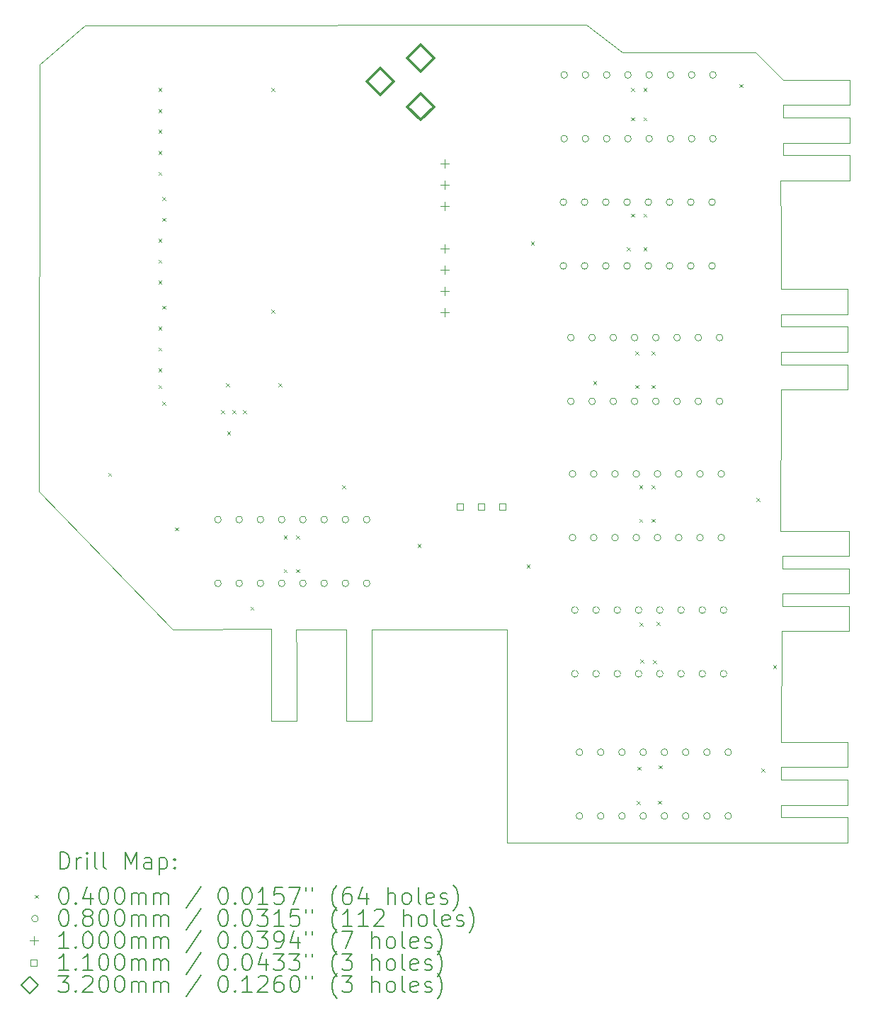
<source format=gbr>
%TF.GenerationSoftware,KiCad,Pcbnew,(6.0.7)*%
%TF.CreationDate,2023-04-21T16:09:56-05:00*%
%TF.ProjectId,RevisedControlBoard,52657669-7365-4644-936f-6e74726f6c42,rev?*%
%TF.SameCoordinates,Original*%
%TF.FileFunction,Drillmap*%
%TF.FilePolarity,Positive*%
%FSLAX45Y45*%
G04 Gerber Fmt 4.5, Leading zero omitted, Abs format (unit mm)*
G04 Created by KiCad (PCBNEW (6.0.7)) date 2023-04-21 16:09:56*
%MOMM*%
%LPD*%
G01*
G04 APERTURE LIST*
%ADD10C,0.100000*%
%ADD11C,0.200000*%
%ADD12C,0.040000*%
%ADD13C,0.080000*%
%ADD14C,0.110000*%
%ADD15C,0.320000*%
G04 APERTURE END LIST*
D10*
X19690000Y-10173000D02*
X19690000Y-10323000D01*
X19672000Y-7883000D02*
X20472000Y-7883000D01*
X17777000Y-4152000D02*
X19367000Y-4150000D01*
X20490000Y-9873000D02*
X20490000Y-10173000D01*
X13580500Y-12148750D02*
X13880500Y-12148750D01*
X20472000Y-12850000D02*
X20472000Y-13150000D01*
X13580500Y-11348750D02*
X13582500Y-11048750D01*
X19672000Y-12400000D02*
X20472000Y-12400000D01*
X16400000Y-11050000D02*
X14780000Y-11051250D01*
X19700000Y-4483000D02*
X20500000Y-4483000D01*
X19672000Y-6283000D02*
X19672000Y-6983000D01*
X13582500Y-11048750D02*
X12400000Y-11050000D01*
X19690000Y-9873000D02*
X19670000Y-9873000D01*
X13880000Y-11051250D02*
X14480500Y-11051250D01*
X20490000Y-10173000D02*
X19690000Y-10173000D01*
X19700000Y-5233000D02*
X19700000Y-5383000D01*
X20472000Y-7883000D02*
X20472000Y-8183000D01*
X14780500Y-12148750D02*
X14780000Y-11051250D01*
X13880500Y-12148750D02*
X13880500Y-11348750D01*
X13580500Y-11348750D02*
X13580500Y-12148750D01*
X16400000Y-11100000D02*
X16400000Y-11050000D01*
X19672000Y-13300000D02*
X20472000Y-13300000D01*
X19672000Y-13150000D02*
X19672000Y-13300000D01*
X20472000Y-12400000D02*
X20472000Y-12700000D01*
X20490000Y-10623000D02*
X19690000Y-10623000D01*
X19690000Y-9873000D02*
X20490000Y-9873000D01*
X14480500Y-11348750D02*
X14480500Y-12148750D01*
X20472000Y-7433000D02*
X20472000Y-7733000D01*
X19672000Y-7283000D02*
X19672000Y-7433000D01*
X19690000Y-10773000D02*
X20490000Y-10773000D01*
X11350000Y-3830000D02*
X17350000Y-3820000D01*
X10810000Y-4300000D02*
X10800000Y-9400000D01*
X20472000Y-7733000D02*
X19672000Y-7733000D01*
X20500000Y-4783000D02*
X19700000Y-4783000D01*
X20500000Y-5233000D02*
X19700000Y-5233000D01*
X19672000Y-6983000D02*
X20472000Y-6983000D01*
X19672000Y-8183000D02*
X19670000Y-9873000D01*
X19690000Y-10323000D02*
X20490000Y-10323000D01*
X19700000Y-5383000D02*
X20500000Y-5383000D01*
X19700000Y-4783000D02*
X19700000Y-4933000D01*
X13880500Y-11348750D02*
X13880000Y-11051250D01*
X20472000Y-13300000D02*
X20472000Y-13600000D01*
X19672000Y-7733000D02*
X19672000Y-7883000D01*
X20472000Y-12700000D02*
X19672000Y-12700000D01*
X17350000Y-3820000D02*
X17777000Y-4152000D01*
X19700000Y-4933000D02*
X20500000Y-4933000D01*
X14480500Y-12148750D02*
X14780500Y-12148750D01*
X20490000Y-11073000D02*
X19690000Y-11073000D01*
X20500000Y-5683000D02*
X19700000Y-5683000D01*
X20500000Y-5383000D02*
X20500000Y-5683000D01*
X14480500Y-11051250D02*
X14480500Y-11348750D01*
X20472000Y-6983000D02*
X20472000Y-7283000D01*
X20472000Y-8183000D02*
X19672000Y-8183000D01*
X20490000Y-10773000D02*
X20490000Y-11073000D01*
X19690000Y-11073000D02*
X19680000Y-11073000D01*
X12400000Y-11050000D02*
X10800000Y-9400000D01*
X19670000Y-5683000D02*
X19700000Y-5683000D01*
X19690000Y-10623000D02*
X19690000Y-10773000D01*
X19700000Y-4483000D02*
X19367000Y-4150000D01*
X16400000Y-13600000D02*
X19672000Y-13600000D01*
X19672000Y-6283000D02*
X19670000Y-5683000D01*
X19672000Y-12850000D02*
X20472000Y-12850000D01*
X19680000Y-11073000D02*
X19672000Y-12400000D01*
X20472000Y-7283000D02*
X19672000Y-7283000D01*
X20500000Y-4933000D02*
X20500000Y-5233000D01*
X20472000Y-13600000D02*
X19672000Y-13600000D01*
X11350000Y-3830000D02*
X10810000Y-4300000D01*
X16400000Y-13600000D02*
X16400000Y-11100000D01*
X19672000Y-7433000D02*
X20472000Y-7433000D01*
X19672000Y-12700000D02*
X19672000Y-12850000D01*
X20500000Y-4483000D02*
X20500000Y-4783000D01*
X20490000Y-10323000D02*
X20490000Y-10623000D01*
X20472000Y-13150000D02*
X19672000Y-13150000D01*
D11*
D12*
X11630000Y-9180000D02*
X11670000Y-9220000D01*
X11670000Y-9180000D02*
X11630000Y-9220000D01*
X12230000Y-4580000D02*
X12270000Y-4620000D01*
X12270000Y-4580000D02*
X12230000Y-4620000D01*
X12230000Y-4830000D02*
X12270000Y-4870000D01*
X12270000Y-4830000D02*
X12230000Y-4870000D01*
X12230000Y-5080000D02*
X12270000Y-5120000D01*
X12270000Y-5080000D02*
X12230000Y-5120000D01*
X12230000Y-5330000D02*
X12270000Y-5370000D01*
X12270000Y-5330000D02*
X12230000Y-5370000D01*
X12230000Y-5580000D02*
X12270000Y-5620000D01*
X12270000Y-5580000D02*
X12230000Y-5620000D01*
X12230000Y-6380000D02*
X12270000Y-6420000D01*
X12270000Y-6380000D02*
X12230000Y-6420000D01*
X12230000Y-6630000D02*
X12270000Y-6670000D01*
X12270000Y-6630000D02*
X12230000Y-6670000D01*
X12230000Y-6880000D02*
X12270000Y-6920000D01*
X12270000Y-6880000D02*
X12230000Y-6920000D01*
X12230000Y-7430000D02*
X12270000Y-7470000D01*
X12270000Y-7430000D02*
X12230000Y-7470000D01*
X12230000Y-7680000D02*
X12270000Y-7720000D01*
X12270000Y-7680000D02*
X12230000Y-7720000D01*
X12230000Y-7930000D02*
X12270000Y-7970000D01*
X12270000Y-7930000D02*
X12230000Y-7970000D01*
X12230000Y-8130000D02*
X12270000Y-8170000D01*
X12270000Y-8130000D02*
X12230000Y-8170000D01*
X12280000Y-5880000D02*
X12320000Y-5920000D01*
X12320000Y-5880000D02*
X12280000Y-5920000D01*
X12280000Y-6130000D02*
X12320000Y-6170000D01*
X12320000Y-6130000D02*
X12280000Y-6170000D01*
X12280000Y-7180000D02*
X12320000Y-7220000D01*
X12320000Y-7180000D02*
X12280000Y-7220000D01*
X12280000Y-8330000D02*
X12320000Y-8370000D01*
X12320000Y-8330000D02*
X12280000Y-8370000D01*
X12430000Y-9830000D02*
X12470000Y-9870000D01*
X12470000Y-9830000D02*
X12430000Y-9870000D01*
X12980000Y-8429950D02*
X13020000Y-8469950D01*
X13020000Y-8429950D02*
X12980000Y-8469950D01*
X13038000Y-8110000D02*
X13078000Y-8150000D01*
X13078000Y-8110000D02*
X13038000Y-8150000D01*
X13052000Y-8682000D02*
X13092000Y-8722000D01*
X13092000Y-8682000D02*
X13052000Y-8722000D01*
X13115000Y-8429950D02*
X13155000Y-8469950D01*
X13155000Y-8429950D02*
X13115000Y-8469950D01*
X13245000Y-8429950D02*
X13285000Y-8469950D01*
X13285000Y-8429950D02*
X13245000Y-8469950D01*
X13330000Y-10780000D02*
X13370000Y-10820000D01*
X13370000Y-10780000D02*
X13330000Y-10820000D01*
X13580000Y-4580000D02*
X13620000Y-4620000D01*
X13620000Y-4580000D02*
X13580000Y-4620000D01*
X13580000Y-7230000D02*
X13620000Y-7270000D01*
X13620000Y-7230000D02*
X13580000Y-7270000D01*
X13667000Y-8110000D02*
X13707000Y-8150000D01*
X13707000Y-8110000D02*
X13667000Y-8150000D01*
X13730000Y-9930000D02*
X13770000Y-9970000D01*
X13770000Y-9930000D02*
X13730000Y-9970000D01*
X13730000Y-10330000D02*
X13770000Y-10370000D01*
X13770000Y-10330000D02*
X13730000Y-10370000D01*
X13880000Y-9930000D02*
X13920000Y-9970000D01*
X13920000Y-9930000D02*
X13880000Y-9970000D01*
X13880000Y-10330000D02*
X13920000Y-10370000D01*
X13920000Y-10330000D02*
X13880000Y-10370000D01*
X14430000Y-9330000D02*
X14470000Y-9370000D01*
X14470000Y-9330000D02*
X14430000Y-9370000D01*
X15330000Y-10030000D02*
X15370000Y-10070000D01*
X15370000Y-10030000D02*
X15330000Y-10070000D01*
X16634000Y-10273000D02*
X16674000Y-10313000D01*
X16674000Y-10273000D02*
X16634000Y-10313000D01*
X16685000Y-6417000D02*
X16725000Y-6457000D01*
X16725000Y-6417000D02*
X16685000Y-6457000D01*
X17430000Y-8080000D02*
X17470000Y-8120000D01*
X17470000Y-8080000D02*
X17430000Y-8120000D01*
X17830000Y-6480000D02*
X17870000Y-6520000D01*
X17870000Y-6480000D02*
X17830000Y-6520000D01*
X17880000Y-4580000D02*
X17920000Y-4620000D01*
X17920000Y-4580000D02*
X17880000Y-4620000D01*
X17880000Y-4930000D02*
X17920000Y-4970000D01*
X17920000Y-4930000D02*
X17880000Y-4970000D01*
X17880000Y-6080000D02*
X17920000Y-6120000D01*
X17920000Y-6080000D02*
X17880000Y-6120000D01*
X17930000Y-7730000D02*
X17970000Y-7770000D01*
X17970000Y-7730000D02*
X17930000Y-7770000D01*
X17930000Y-8130000D02*
X17970000Y-8170000D01*
X17970000Y-8130000D02*
X17930000Y-8170000D01*
X17952000Y-13103000D02*
X17992000Y-13143000D01*
X17992000Y-13103000D02*
X17952000Y-13143000D01*
X17957000Y-12692000D02*
X17997000Y-12732000D01*
X17997000Y-12692000D02*
X17957000Y-12732000D01*
X17980000Y-9330000D02*
X18020000Y-9370000D01*
X18020000Y-9330000D02*
X17980000Y-9370000D01*
X17980000Y-9730000D02*
X18020000Y-9770000D01*
X18020000Y-9730000D02*
X17980000Y-9770000D01*
X17981000Y-10970000D02*
X18021000Y-11010000D01*
X18021000Y-10970000D02*
X17981000Y-11010000D01*
X17992000Y-11410000D02*
X18032000Y-11450000D01*
X18032000Y-11410000D02*
X17992000Y-11450000D01*
X18030000Y-4580000D02*
X18070000Y-4620000D01*
X18070000Y-4580000D02*
X18030000Y-4620000D01*
X18030000Y-4930000D02*
X18070000Y-4970000D01*
X18070000Y-4930000D02*
X18030000Y-4970000D01*
X18030000Y-6080000D02*
X18070000Y-6120000D01*
X18070000Y-6080000D02*
X18030000Y-6120000D01*
X18030000Y-6480000D02*
X18070000Y-6520000D01*
X18070000Y-6480000D02*
X18030000Y-6520000D01*
X18130000Y-7730000D02*
X18170000Y-7770000D01*
X18170000Y-7730000D02*
X18130000Y-7770000D01*
X18130000Y-8130000D02*
X18170000Y-8170000D01*
X18170000Y-8130000D02*
X18130000Y-8170000D01*
X18130000Y-9330000D02*
X18170000Y-9370000D01*
X18170000Y-9330000D02*
X18130000Y-9370000D01*
X18130000Y-9730000D02*
X18170000Y-9770000D01*
X18170000Y-9730000D02*
X18130000Y-9770000D01*
X18145000Y-11418000D02*
X18185000Y-11458000D01*
X18185000Y-11418000D02*
X18145000Y-11458000D01*
X18186000Y-10960000D02*
X18226000Y-11000000D01*
X18226000Y-10960000D02*
X18186000Y-11000000D01*
X18204000Y-13100000D02*
X18244000Y-13140000D01*
X18244000Y-13100000D02*
X18204000Y-13140000D01*
X18215000Y-12676000D02*
X18255000Y-12716000D01*
X18255000Y-12676000D02*
X18215000Y-12716000D01*
X19180000Y-4530000D02*
X19220000Y-4570000D01*
X19220000Y-4530000D02*
X19180000Y-4570000D01*
X19380000Y-9480000D02*
X19420000Y-9520000D01*
X19420000Y-9480000D02*
X19380000Y-9520000D01*
X19437000Y-12715000D02*
X19477000Y-12755000D01*
X19477000Y-12715000D02*
X19437000Y-12755000D01*
X19580000Y-11480000D02*
X19620000Y-11520000D01*
X19620000Y-11480000D02*
X19580000Y-11520000D01*
D13*
X12982500Y-9738000D02*
G75*
G03*
X12982500Y-9738000I-40000J0D01*
G01*
X12982500Y-10500000D02*
G75*
G03*
X12982500Y-10500000I-40000J0D01*
G01*
X13236500Y-9738000D02*
G75*
G03*
X13236500Y-9738000I-40000J0D01*
G01*
X13236500Y-10500000D02*
G75*
G03*
X13236500Y-10500000I-40000J0D01*
G01*
X13490500Y-9738000D02*
G75*
G03*
X13490500Y-9738000I-40000J0D01*
G01*
X13490500Y-10500000D02*
G75*
G03*
X13490500Y-10500000I-40000J0D01*
G01*
X13744500Y-9738000D02*
G75*
G03*
X13744500Y-9738000I-40000J0D01*
G01*
X13744500Y-10500000D02*
G75*
G03*
X13744500Y-10500000I-40000J0D01*
G01*
X13998500Y-9738000D02*
G75*
G03*
X13998500Y-9738000I-40000J0D01*
G01*
X13998500Y-10500000D02*
G75*
G03*
X13998500Y-10500000I-40000J0D01*
G01*
X14252500Y-9738000D02*
G75*
G03*
X14252500Y-9738000I-40000J0D01*
G01*
X14252500Y-10500000D02*
G75*
G03*
X14252500Y-10500000I-40000J0D01*
G01*
X14506500Y-9738000D02*
G75*
G03*
X14506500Y-9738000I-40000J0D01*
G01*
X14506500Y-10500000D02*
G75*
G03*
X14506500Y-10500000I-40000J0D01*
G01*
X14760500Y-9738000D02*
G75*
G03*
X14760500Y-9738000I-40000J0D01*
G01*
X14760500Y-10500000D02*
G75*
G03*
X14760500Y-10500000I-40000J0D01*
G01*
X17112500Y-5943000D02*
G75*
G03*
X17112500Y-5943000I-40000J0D01*
G01*
X17112500Y-6705000D02*
G75*
G03*
X17112500Y-6705000I-40000J0D01*
G01*
X17122500Y-4423000D02*
G75*
G03*
X17122500Y-4423000I-40000J0D01*
G01*
X17122500Y-5185000D02*
G75*
G03*
X17122500Y-5185000I-40000J0D01*
G01*
X17202500Y-7563000D02*
G75*
G03*
X17202500Y-7563000I-40000J0D01*
G01*
X17202500Y-8325000D02*
G75*
G03*
X17202500Y-8325000I-40000J0D01*
G01*
X17222500Y-9193000D02*
G75*
G03*
X17222500Y-9193000I-40000J0D01*
G01*
X17222500Y-9955000D02*
G75*
G03*
X17222500Y-9955000I-40000J0D01*
G01*
X17249500Y-10820000D02*
G75*
G03*
X17249500Y-10820000I-40000J0D01*
G01*
X17249500Y-11582000D02*
G75*
G03*
X17249500Y-11582000I-40000J0D01*
G01*
X17305000Y-12520000D02*
G75*
G03*
X17305000Y-12520000I-40000J0D01*
G01*
X17305000Y-13282000D02*
G75*
G03*
X17305000Y-13282000I-40000J0D01*
G01*
X17366500Y-5943000D02*
G75*
G03*
X17366500Y-5943000I-40000J0D01*
G01*
X17366500Y-6705000D02*
G75*
G03*
X17366500Y-6705000I-40000J0D01*
G01*
X17376500Y-4423000D02*
G75*
G03*
X17376500Y-4423000I-40000J0D01*
G01*
X17376500Y-5185000D02*
G75*
G03*
X17376500Y-5185000I-40000J0D01*
G01*
X17456500Y-7563000D02*
G75*
G03*
X17456500Y-7563000I-40000J0D01*
G01*
X17456500Y-8325000D02*
G75*
G03*
X17456500Y-8325000I-40000J0D01*
G01*
X17476500Y-9193000D02*
G75*
G03*
X17476500Y-9193000I-40000J0D01*
G01*
X17476500Y-9955000D02*
G75*
G03*
X17476500Y-9955000I-40000J0D01*
G01*
X17503500Y-10820000D02*
G75*
G03*
X17503500Y-10820000I-40000J0D01*
G01*
X17503500Y-11582000D02*
G75*
G03*
X17503500Y-11582000I-40000J0D01*
G01*
X17559000Y-12520000D02*
G75*
G03*
X17559000Y-12520000I-40000J0D01*
G01*
X17559000Y-13282000D02*
G75*
G03*
X17559000Y-13282000I-40000J0D01*
G01*
X17620500Y-5943000D02*
G75*
G03*
X17620500Y-5943000I-40000J0D01*
G01*
X17620500Y-6705000D02*
G75*
G03*
X17620500Y-6705000I-40000J0D01*
G01*
X17630500Y-4423000D02*
G75*
G03*
X17630500Y-4423000I-40000J0D01*
G01*
X17630500Y-5185000D02*
G75*
G03*
X17630500Y-5185000I-40000J0D01*
G01*
X17710500Y-7563000D02*
G75*
G03*
X17710500Y-7563000I-40000J0D01*
G01*
X17710500Y-8325000D02*
G75*
G03*
X17710500Y-8325000I-40000J0D01*
G01*
X17730500Y-9193000D02*
G75*
G03*
X17730500Y-9193000I-40000J0D01*
G01*
X17730500Y-9955000D02*
G75*
G03*
X17730500Y-9955000I-40000J0D01*
G01*
X17757500Y-10820000D02*
G75*
G03*
X17757500Y-10820000I-40000J0D01*
G01*
X17757500Y-11582000D02*
G75*
G03*
X17757500Y-11582000I-40000J0D01*
G01*
X17813000Y-12520000D02*
G75*
G03*
X17813000Y-12520000I-40000J0D01*
G01*
X17813000Y-13282000D02*
G75*
G03*
X17813000Y-13282000I-40000J0D01*
G01*
X17874500Y-5943000D02*
G75*
G03*
X17874500Y-5943000I-40000J0D01*
G01*
X17874500Y-6705000D02*
G75*
G03*
X17874500Y-6705000I-40000J0D01*
G01*
X17884500Y-4423000D02*
G75*
G03*
X17884500Y-4423000I-40000J0D01*
G01*
X17884500Y-5185000D02*
G75*
G03*
X17884500Y-5185000I-40000J0D01*
G01*
X17964500Y-7563000D02*
G75*
G03*
X17964500Y-7563000I-40000J0D01*
G01*
X17964500Y-8325000D02*
G75*
G03*
X17964500Y-8325000I-40000J0D01*
G01*
X17984500Y-9193000D02*
G75*
G03*
X17984500Y-9193000I-40000J0D01*
G01*
X17984500Y-9955000D02*
G75*
G03*
X17984500Y-9955000I-40000J0D01*
G01*
X18011500Y-10820000D02*
G75*
G03*
X18011500Y-10820000I-40000J0D01*
G01*
X18011500Y-11582000D02*
G75*
G03*
X18011500Y-11582000I-40000J0D01*
G01*
X18067000Y-12520000D02*
G75*
G03*
X18067000Y-12520000I-40000J0D01*
G01*
X18067000Y-13282000D02*
G75*
G03*
X18067000Y-13282000I-40000J0D01*
G01*
X18128500Y-5943000D02*
G75*
G03*
X18128500Y-5943000I-40000J0D01*
G01*
X18128500Y-6705000D02*
G75*
G03*
X18128500Y-6705000I-40000J0D01*
G01*
X18138500Y-4423000D02*
G75*
G03*
X18138500Y-4423000I-40000J0D01*
G01*
X18138500Y-5185000D02*
G75*
G03*
X18138500Y-5185000I-40000J0D01*
G01*
X18218500Y-7563000D02*
G75*
G03*
X18218500Y-7563000I-40000J0D01*
G01*
X18218500Y-8325000D02*
G75*
G03*
X18218500Y-8325000I-40000J0D01*
G01*
X18238500Y-9193000D02*
G75*
G03*
X18238500Y-9193000I-40000J0D01*
G01*
X18238500Y-9955000D02*
G75*
G03*
X18238500Y-9955000I-40000J0D01*
G01*
X18265500Y-10820000D02*
G75*
G03*
X18265500Y-10820000I-40000J0D01*
G01*
X18265500Y-11582000D02*
G75*
G03*
X18265500Y-11582000I-40000J0D01*
G01*
X18321000Y-12520000D02*
G75*
G03*
X18321000Y-12520000I-40000J0D01*
G01*
X18321000Y-13282000D02*
G75*
G03*
X18321000Y-13282000I-40000J0D01*
G01*
X18382500Y-5943000D02*
G75*
G03*
X18382500Y-5943000I-40000J0D01*
G01*
X18382500Y-6705000D02*
G75*
G03*
X18382500Y-6705000I-40000J0D01*
G01*
X18392500Y-4423000D02*
G75*
G03*
X18392500Y-4423000I-40000J0D01*
G01*
X18392500Y-5185000D02*
G75*
G03*
X18392500Y-5185000I-40000J0D01*
G01*
X18472500Y-7563000D02*
G75*
G03*
X18472500Y-7563000I-40000J0D01*
G01*
X18472500Y-8325000D02*
G75*
G03*
X18472500Y-8325000I-40000J0D01*
G01*
X18492500Y-9193000D02*
G75*
G03*
X18492500Y-9193000I-40000J0D01*
G01*
X18492500Y-9955000D02*
G75*
G03*
X18492500Y-9955000I-40000J0D01*
G01*
X18519500Y-10820000D02*
G75*
G03*
X18519500Y-10820000I-40000J0D01*
G01*
X18519500Y-11582000D02*
G75*
G03*
X18519500Y-11582000I-40000J0D01*
G01*
X18575000Y-12520000D02*
G75*
G03*
X18575000Y-12520000I-40000J0D01*
G01*
X18575000Y-13282000D02*
G75*
G03*
X18575000Y-13282000I-40000J0D01*
G01*
X18636500Y-5943000D02*
G75*
G03*
X18636500Y-5943000I-40000J0D01*
G01*
X18636500Y-6705000D02*
G75*
G03*
X18636500Y-6705000I-40000J0D01*
G01*
X18646500Y-4423000D02*
G75*
G03*
X18646500Y-4423000I-40000J0D01*
G01*
X18646500Y-5185000D02*
G75*
G03*
X18646500Y-5185000I-40000J0D01*
G01*
X18726500Y-7563000D02*
G75*
G03*
X18726500Y-7563000I-40000J0D01*
G01*
X18726500Y-8325000D02*
G75*
G03*
X18726500Y-8325000I-40000J0D01*
G01*
X18746500Y-9193000D02*
G75*
G03*
X18746500Y-9193000I-40000J0D01*
G01*
X18746500Y-9955000D02*
G75*
G03*
X18746500Y-9955000I-40000J0D01*
G01*
X18773500Y-10820000D02*
G75*
G03*
X18773500Y-10820000I-40000J0D01*
G01*
X18773500Y-11582000D02*
G75*
G03*
X18773500Y-11582000I-40000J0D01*
G01*
X18829000Y-12520000D02*
G75*
G03*
X18829000Y-12520000I-40000J0D01*
G01*
X18829000Y-13282000D02*
G75*
G03*
X18829000Y-13282000I-40000J0D01*
G01*
X18890500Y-5943000D02*
G75*
G03*
X18890500Y-5943000I-40000J0D01*
G01*
X18890500Y-6705000D02*
G75*
G03*
X18890500Y-6705000I-40000J0D01*
G01*
X18900500Y-4423000D02*
G75*
G03*
X18900500Y-4423000I-40000J0D01*
G01*
X18900500Y-5185000D02*
G75*
G03*
X18900500Y-5185000I-40000J0D01*
G01*
X18980500Y-7563000D02*
G75*
G03*
X18980500Y-7563000I-40000J0D01*
G01*
X18980500Y-8325000D02*
G75*
G03*
X18980500Y-8325000I-40000J0D01*
G01*
X19000500Y-9193000D02*
G75*
G03*
X19000500Y-9193000I-40000J0D01*
G01*
X19000500Y-9955000D02*
G75*
G03*
X19000500Y-9955000I-40000J0D01*
G01*
X19027500Y-10820000D02*
G75*
G03*
X19027500Y-10820000I-40000J0D01*
G01*
X19027500Y-11582000D02*
G75*
G03*
X19027500Y-11582000I-40000J0D01*
G01*
X19083000Y-12520000D02*
G75*
G03*
X19083000Y-12520000I-40000J0D01*
G01*
X19083000Y-13282000D02*
G75*
G03*
X19083000Y-13282000I-40000J0D01*
G01*
D10*
X15655000Y-5432250D02*
X15655000Y-5532250D01*
X15605000Y-5482250D02*
X15705000Y-5482250D01*
X15655000Y-5686250D02*
X15655000Y-5786250D01*
X15605000Y-5736250D02*
X15705000Y-5736250D01*
X15655000Y-5940250D02*
X15655000Y-6040250D01*
X15605000Y-5990250D02*
X15705000Y-5990250D01*
X15655000Y-6448250D02*
X15655000Y-6548250D01*
X15605000Y-6498250D02*
X15705000Y-6498250D01*
X15655000Y-6702250D02*
X15655000Y-6802250D01*
X15605000Y-6752250D02*
X15705000Y-6752250D01*
X15655000Y-6956250D02*
X15655000Y-7056250D01*
X15605000Y-7006250D02*
X15705000Y-7006250D01*
X15655000Y-7210250D02*
X15655000Y-7310250D01*
X15605000Y-7260250D02*
X15705000Y-7260250D01*
D14*
X15877891Y-9622391D02*
X15877891Y-9544609D01*
X15800109Y-9544609D01*
X15800109Y-9622391D01*
X15877891Y-9622391D01*
X16131891Y-9622391D02*
X16131891Y-9544609D01*
X16054109Y-9544609D01*
X16054109Y-9622391D01*
X16131891Y-9622391D01*
X16385891Y-9622391D02*
X16385891Y-9544609D01*
X16308109Y-9544609D01*
X16308109Y-9622391D01*
X16385891Y-9622391D01*
D15*
X14885000Y-4660950D02*
X15045000Y-4500950D01*
X14885000Y-4340950D01*
X14725000Y-4500950D01*
X14885000Y-4660950D01*
X15365000Y-4380950D02*
X15525000Y-4220950D01*
X15365000Y-4060950D01*
X15205000Y-4220950D01*
X15365000Y-4380950D01*
X15365000Y-4960950D02*
X15525000Y-4800950D01*
X15365000Y-4640950D01*
X15205000Y-4800950D01*
X15365000Y-4960950D01*
D11*
X11052619Y-13915476D02*
X11052619Y-13715476D01*
X11100238Y-13715476D01*
X11128810Y-13725000D01*
X11147857Y-13744048D01*
X11157381Y-13763095D01*
X11166905Y-13801190D01*
X11166905Y-13829762D01*
X11157381Y-13867857D01*
X11147857Y-13886905D01*
X11128810Y-13905952D01*
X11100238Y-13915476D01*
X11052619Y-13915476D01*
X11252619Y-13915476D02*
X11252619Y-13782143D01*
X11252619Y-13820238D02*
X11262143Y-13801190D01*
X11271667Y-13791667D01*
X11290714Y-13782143D01*
X11309762Y-13782143D01*
X11376428Y-13915476D02*
X11376428Y-13782143D01*
X11376428Y-13715476D02*
X11366905Y-13725000D01*
X11376428Y-13734524D01*
X11385952Y-13725000D01*
X11376428Y-13715476D01*
X11376428Y-13734524D01*
X11500238Y-13915476D02*
X11481190Y-13905952D01*
X11471667Y-13886905D01*
X11471667Y-13715476D01*
X11605000Y-13915476D02*
X11585952Y-13905952D01*
X11576428Y-13886905D01*
X11576428Y-13715476D01*
X11833571Y-13915476D02*
X11833571Y-13715476D01*
X11900238Y-13858333D01*
X11966905Y-13715476D01*
X11966905Y-13915476D01*
X12147857Y-13915476D02*
X12147857Y-13810714D01*
X12138333Y-13791667D01*
X12119286Y-13782143D01*
X12081190Y-13782143D01*
X12062143Y-13791667D01*
X12147857Y-13905952D02*
X12128809Y-13915476D01*
X12081190Y-13915476D01*
X12062143Y-13905952D01*
X12052619Y-13886905D01*
X12052619Y-13867857D01*
X12062143Y-13848810D01*
X12081190Y-13839286D01*
X12128809Y-13839286D01*
X12147857Y-13829762D01*
X12243095Y-13782143D02*
X12243095Y-13982143D01*
X12243095Y-13791667D02*
X12262143Y-13782143D01*
X12300238Y-13782143D01*
X12319286Y-13791667D01*
X12328809Y-13801190D01*
X12338333Y-13820238D01*
X12338333Y-13877381D01*
X12328809Y-13896429D01*
X12319286Y-13905952D01*
X12300238Y-13915476D01*
X12262143Y-13915476D01*
X12243095Y-13905952D01*
X12424048Y-13896429D02*
X12433571Y-13905952D01*
X12424048Y-13915476D01*
X12414524Y-13905952D01*
X12424048Y-13896429D01*
X12424048Y-13915476D01*
X12424048Y-13791667D02*
X12433571Y-13801190D01*
X12424048Y-13810714D01*
X12414524Y-13801190D01*
X12424048Y-13791667D01*
X12424048Y-13810714D01*
D12*
X10755000Y-14225000D02*
X10795000Y-14265000D01*
X10795000Y-14225000D02*
X10755000Y-14265000D01*
D11*
X11090714Y-14135476D02*
X11109762Y-14135476D01*
X11128810Y-14145000D01*
X11138333Y-14154524D01*
X11147857Y-14173571D01*
X11157381Y-14211667D01*
X11157381Y-14259286D01*
X11147857Y-14297381D01*
X11138333Y-14316429D01*
X11128810Y-14325952D01*
X11109762Y-14335476D01*
X11090714Y-14335476D01*
X11071667Y-14325952D01*
X11062143Y-14316429D01*
X11052619Y-14297381D01*
X11043095Y-14259286D01*
X11043095Y-14211667D01*
X11052619Y-14173571D01*
X11062143Y-14154524D01*
X11071667Y-14145000D01*
X11090714Y-14135476D01*
X11243095Y-14316429D02*
X11252619Y-14325952D01*
X11243095Y-14335476D01*
X11233571Y-14325952D01*
X11243095Y-14316429D01*
X11243095Y-14335476D01*
X11424048Y-14202143D02*
X11424048Y-14335476D01*
X11376428Y-14125952D02*
X11328809Y-14268810D01*
X11452619Y-14268810D01*
X11566905Y-14135476D02*
X11585952Y-14135476D01*
X11605000Y-14145000D01*
X11614524Y-14154524D01*
X11624048Y-14173571D01*
X11633571Y-14211667D01*
X11633571Y-14259286D01*
X11624048Y-14297381D01*
X11614524Y-14316429D01*
X11605000Y-14325952D01*
X11585952Y-14335476D01*
X11566905Y-14335476D01*
X11547857Y-14325952D01*
X11538333Y-14316429D01*
X11528809Y-14297381D01*
X11519286Y-14259286D01*
X11519286Y-14211667D01*
X11528809Y-14173571D01*
X11538333Y-14154524D01*
X11547857Y-14145000D01*
X11566905Y-14135476D01*
X11757381Y-14135476D02*
X11776428Y-14135476D01*
X11795476Y-14145000D01*
X11805000Y-14154524D01*
X11814524Y-14173571D01*
X11824048Y-14211667D01*
X11824048Y-14259286D01*
X11814524Y-14297381D01*
X11805000Y-14316429D01*
X11795476Y-14325952D01*
X11776428Y-14335476D01*
X11757381Y-14335476D01*
X11738333Y-14325952D01*
X11728809Y-14316429D01*
X11719286Y-14297381D01*
X11709762Y-14259286D01*
X11709762Y-14211667D01*
X11719286Y-14173571D01*
X11728809Y-14154524D01*
X11738333Y-14145000D01*
X11757381Y-14135476D01*
X11909762Y-14335476D02*
X11909762Y-14202143D01*
X11909762Y-14221190D02*
X11919286Y-14211667D01*
X11938333Y-14202143D01*
X11966905Y-14202143D01*
X11985952Y-14211667D01*
X11995476Y-14230714D01*
X11995476Y-14335476D01*
X11995476Y-14230714D02*
X12005000Y-14211667D01*
X12024048Y-14202143D01*
X12052619Y-14202143D01*
X12071667Y-14211667D01*
X12081190Y-14230714D01*
X12081190Y-14335476D01*
X12176428Y-14335476D02*
X12176428Y-14202143D01*
X12176428Y-14221190D02*
X12185952Y-14211667D01*
X12205000Y-14202143D01*
X12233571Y-14202143D01*
X12252619Y-14211667D01*
X12262143Y-14230714D01*
X12262143Y-14335476D01*
X12262143Y-14230714D02*
X12271667Y-14211667D01*
X12290714Y-14202143D01*
X12319286Y-14202143D01*
X12338333Y-14211667D01*
X12347857Y-14230714D01*
X12347857Y-14335476D01*
X12738333Y-14125952D02*
X12566905Y-14383095D01*
X12995476Y-14135476D02*
X13014524Y-14135476D01*
X13033571Y-14145000D01*
X13043095Y-14154524D01*
X13052619Y-14173571D01*
X13062143Y-14211667D01*
X13062143Y-14259286D01*
X13052619Y-14297381D01*
X13043095Y-14316429D01*
X13033571Y-14325952D01*
X13014524Y-14335476D01*
X12995476Y-14335476D01*
X12976428Y-14325952D01*
X12966905Y-14316429D01*
X12957381Y-14297381D01*
X12947857Y-14259286D01*
X12947857Y-14211667D01*
X12957381Y-14173571D01*
X12966905Y-14154524D01*
X12976428Y-14145000D01*
X12995476Y-14135476D01*
X13147857Y-14316429D02*
X13157381Y-14325952D01*
X13147857Y-14335476D01*
X13138333Y-14325952D01*
X13147857Y-14316429D01*
X13147857Y-14335476D01*
X13281190Y-14135476D02*
X13300238Y-14135476D01*
X13319286Y-14145000D01*
X13328809Y-14154524D01*
X13338333Y-14173571D01*
X13347857Y-14211667D01*
X13347857Y-14259286D01*
X13338333Y-14297381D01*
X13328809Y-14316429D01*
X13319286Y-14325952D01*
X13300238Y-14335476D01*
X13281190Y-14335476D01*
X13262143Y-14325952D01*
X13252619Y-14316429D01*
X13243095Y-14297381D01*
X13233571Y-14259286D01*
X13233571Y-14211667D01*
X13243095Y-14173571D01*
X13252619Y-14154524D01*
X13262143Y-14145000D01*
X13281190Y-14135476D01*
X13538333Y-14335476D02*
X13424048Y-14335476D01*
X13481190Y-14335476D02*
X13481190Y-14135476D01*
X13462143Y-14164048D01*
X13443095Y-14183095D01*
X13424048Y-14192619D01*
X13719286Y-14135476D02*
X13624048Y-14135476D01*
X13614524Y-14230714D01*
X13624048Y-14221190D01*
X13643095Y-14211667D01*
X13690714Y-14211667D01*
X13709762Y-14221190D01*
X13719286Y-14230714D01*
X13728809Y-14249762D01*
X13728809Y-14297381D01*
X13719286Y-14316429D01*
X13709762Y-14325952D01*
X13690714Y-14335476D01*
X13643095Y-14335476D01*
X13624048Y-14325952D01*
X13614524Y-14316429D01*
X13795476Y-14135476D02*
X13928809Y-14135476D01*
X13843095Y-14335476D01*
X13995476Y-14135476D02*
X13995476Y-14173571D01*
X14071667Y-14135476D02*
X14071667Y-14173571D01*
X14366905Y-14411667D02*
X14357381Y-14402143D01*
X14338333Y-14373571D01*
X14328809Y-14354524D01*
X14319286Y-14325952D01*
X14309762Y-14278333D01*
X14309762Y-14240238D01*
X14319286Y-14192619D01*
X14328809Y-14164048D01*
X14338333Y-14145000D01*
X14357381Y-14116429D01*
X14366905Y-14106905D01*
X14528809Y-14135476D02*
X14490714Y-14135476D01*
X14471667Y-14145000D01*
X14462143Y-14154524D01*
X14443095Y-14183095D01*
X14433571Y-14221190D01*
X14433571Y-14297381D01*
X14443095Y-14316429D01*
X14452619Y-14325952D01*
X14471667Y-14335476D01*
X14509762Y-14335476D01*
X14528809Y-14325952D01*
X14538333Y-14316429D01*
X14547857Y-14297381D01*
X14547857Y-14249762D01*
X14538333Y-14230714D01*
X14528809Y-14221190D01*
X14509762Y-14211667D01*
X14471667Y-14211667D01*
X14452619Y-14221190D01*
X14443095Y-14230714D01*
X14433571Y-14249762D01*
X14719286Y-14202143D02*
X14719286Y-14335476D01*
X14671667Y-14125952D02*
X14624048Y-14268810D01*
X14747857Y-14268810D01*
X14976428Y-14335476D02*
X14976428Y-14135476D01*
X15062143Y-14335476D02*
X15062143Y-14230714D01*
X15052619Y-14211667D01*
X15033571Y-14202143D01*
X15005000Y-14202143D01*
X14985952Y-14211667D01*
X14976428Y-14221190D01*
X15185952Y-14335476D02*
X15166905Y-14325952D01*
X15157381Y-14316429D01*
X15147857Y-14297381D01*
X15147857Y-14240238D01*
X15157381Y-14221190D01*
X15166905Y-14211667D01*
X15185952Y-14202143D01*
X15214524Y-14202143D01*
X15233571Y-14211667D01*
X15243095Y-14221190D01*
X15252619Y-14240238D01*
X15252619Y-14297381D01*
X15243095Y-14316429D01*
X15233571Y-14325952D01*
X15214524Y-14335476D01*
X15185952Y-14335476D01*
X15366905Y-14335476D02*
X15347857Y-14325952D01*
X15338333Y-14306905D01*
X15338333Y-14135476D01*
X15519286Y-14325952D02*
X15500238Y-14335476D01*
X15462143Y-14335476D01*
X15443095Y-14325952D01*
X15433571Y-14306905D01*
X15433571Y-14230714D01*
X15443095Y-14211667D01*
X15462143Y-14202143D01*
X15500238Y-14202143D01*
X15519286Y-14211667D01*
X15528809Y-14230714D01*
X15528809Y-14249762D01*
X15433571Y-14268810D01*
X15605000Y-14325952D02*
X15624048Y-14335476D01*
X15662143Y-14335476D01*
X15681190Y-14325952D01*
X15690714Y-14306905D01*
X15690714Y-14297381D01*
X15681190Y-14278333D01*
X15662143Y-14268810D01*
X15633571Y-14268810D01*
X15614524Y-14259286D01*
X15605000Y-14240238D01*
X15605000Y-14230714D01*
X15614524Y-14211667D01*
X15633571Y-14202143D01*
X15662143Y-14202143D01*
X15681190Y-14211667D01*
X15757381Y-14411667D02*
X15766905Y-14402143D01*
X15785952Y-14373571D01*
X15795476Y-14354524D01*
X15805000Y-14325952D01*
X15814524Y-14278333D01*
X15814524Y-14240238D01*
X15805000Y-14192619D01*
X15795476Y-14164048D01*
X15785952Y-14145000D01*
X15766905Y-14116429D01*
X15757381Y-14106905D01*
D13*
X10795000Y-14509000D02*
G75*
G03*
X10795000Y-14509000I-40000J0D01*
G01*
D11*
X11090714Y-14399476D02*
X11109762Y-14399476D01*
X11128810Y-14409000D01*
X11138333Y-14418524D01*
X11147857Y-14437571D01*
X11157381Y-14475667D01*
X11157381Y-14523286D01*
X11147857Y-14561381D01*
X11138333Y-14580429D01*
X11128810Y-14589952D01*
X11109762Y-14599476D01*
X11090714Y-14599476D01*
X11071667Y-14589952D01*
X11062143Y-14580429D01*
X11052619Y-14561381D01*
X11043095Y-14523286D01*
X11043095Y-14475667D01*
X11052619Y-14437571D01*
X11062143Y-14418524D01*
X11071667Y-14409000D01*
X11090714Y-14399476D01*
X11243095Y-14580429D02*
X11252619Y-14589952D01*
X11243095Y-14599476D01*
X11233571Y-14589952D01*
X11243095Y-14580429D01*
X11243095Y-14599476D01*
X11366905Y-14485190D02*
X11347857Y-14475667D01*
X11338333Y-14466143D01*
X11328809Y-14447095D01*
X11328809Y-14437571D01*
X11338333Y-14418524D01*
X11347857Y-14409000D01*
X11366905Y-14399476D01*
X11405000Y-14399476D01*
X11424048Y-14409000D01*
X11433571Y-14418524D01*
X11443095Y-14437571D01*
X11443095Y-14447095D01*
X11433571Y-14466143D01*
X11424048Y-14475667D01*
X11405000Y-14485190D01*
X11366905Y-14485190D01*
X11347857Y-14494714D01*
X11338333Y-14504238D01*
X11328809Y-14523286D01*
X11328809Y-14561381D01*
X11338333Y-14580429D01*
X11347857Y-14589952D01*
X11366905Y-14599476D01*
X11405000Y-14599476D01*
X11424048Y-14589952D01*
X11433571Y-14580429D01*
X11443095Y-14561381D01*
X11443095Y-14523286D01*
X11433571Y-14504238D01*
X11424048Y-14494714D01*
X11405000Y-14485190D01*
X11566905Y-14399476D02*
X11585952Y-14399476D01*
X11605000Y-14409000D01*
X11614524Y-14418524D01*
X11624048Y-14437571D01*
X11633571Y-14475667D01*
X11633571Y-14523286D01*
X11624048Y-14561381D01*
X11614524Y-14580429D01*
X11605000Y-14589952D01*
X11585952Y-14599476D01*
X11566905Y-14599476D01*
X11547857Y-14589952D01*
X11538333Y-14580429D01*
X11528809Y-14561381D01*
X11519286Y-14523286D01*
X11519286Y-14475667D01*
X11528809Y-14437571D01*
X11538333Y-14418524D01*
X11547857Y-14409000D01*
X11566905Y-14399476D01*
X11757381Y-14399476D02*
X11776428Y-14399476D01*
X11795476Y-14409000D01*
X11805000Y-14418524D01*
X11814524Y-14437571D01*
X11824048Y-14475667D01*
X11824048Y-14523286D01*
X11814524Y-14561381D01*
X11805000Y-14580429D01*
X11795476Y-14589952D01*
X11776428Y-14599476D01*
X11757381Y-14599476D01*
X11738333Y-14589952D01*
X11728809Y-14580429D01*
X11719286Y-14561381D01*
X11709762Y-14523286D01*
X11709762Y-14475667D01*
X11719286Y-14437571D01*
X11728809Y-14418524D01*
X11738333Y-14409000D01*
X11757381Y-14399476D01*
X11909762Y-14599476D02*
X11909762Y-14466143D01*
X11909762Y-14485190D02*
X11919286Y-14475667D01*
X11938333Y-14466143D01*
X11966905Y-14466143D01*
X11985952Y-14475667D01*
X11995476Y-14494714D01*
X11995476Y-14599476D01*
X11995476Y-14494714D02*
X12005000Y-14475667D01*
X12024048Y-14466143D01*
X12052619Y-14466143D01*
X12071667Y-14475667D01*
X12081190Y-14494714D01*
X12081190Y-14599476D01*
X12176428Y-14599476D02*
X12176428Y-14466143D01*
X12176428Y-14485190D02*
X12185952Y-14475667D01*
X12205000Y-14466143D01*
X12233571Y-14466143D01*
X12252619Y-14475667D01*
X12262143Y-14494714D01*
X12262143Y-14599476D01*
X12262143Y-14494714D02*
X12271667Y-14475667D01*
X12290714Y-14466143D01*
X12319286Y-14466143D01*
X12338333Y-14475667D01*
X12347857Y-14494714D01*
X12347857Y-14599476D01*
X12738333Y-14389952D02*
X12566905Y-14647095D01*
X12995476Y-14399476D02*
X13014524Y-14399476D01*
X13033571Y-14409000D01*
X13043095Y-14418524D01*
X13052619Y-14437571D01*
X13062143Y-14475667D01*
X13062143Y-14523286D01*
X13052619Y-14561381D01*
X13043095Y-14580429D01*
X13033571Y-14589952D01*
X13014524Y-14599476D01*
X12995476Y-14599476D01*
X12976428Y-14589952D01*
X12966905Y-14580429D01*
X12957381Y-14561381D01*
X12947857Y-14523286D01*
X12947857Y-14475667D01*
X12957381Y-14437571D01*
X12966905Y-14418524D01*
X12976428Y-14409000D01*
X12995476Y-14399476D01*
X13147857Y-14580429D02*
X13157381Y-14589952D01*
X13147857Y-14599476D01*
X13138333Y-14589952D01*
X13147857Y-14580429D01*
X13147857Y-14599476D01*
X13281190Y-14399476D02*
X13300238Y-14399476D01*
X13319286Y-14409000D01*
X13328809Y-14418524D01*
X13338333Y-14437571D01*
X13347857Y-14475667D01*
X13347857Y-14523286D01*
X13338333Y-14561381D01*
X13328809Y-14580429D01*
X13319286Y-14589952D01*
X13300238Y-14599476D01*
X13281190Y-14599476D01*
X13262143Y-14589952D01*
X13252619Y-14580429D01*
X13243095Y-14561381D01*
X13233571Y-14523286D01*
X13233571Y-14475667D01*
X13243095Y-14437571D01*
X13252619Y-14418524D01*
X13262143Y-14409000D01*
X13281190Y-14399476D01*
X13414524Y-14399476D02*
X13538333Y-14399476D01*
X13471667Y-14475667D01*
X13500238Y-14475667D01*
X13519286Y-14485190D01*
X13528809Y-14494714D01*
X13538333Y-14513762D01*
X13538333Y-14561381D01*
X13528809Y-14580429D01*
X13519286Y-14589952D01*
X13500238Y-14599476D01*
X13443095Y-14599476D01*
X13424048Y-14589952D01*
X13414524Y-14580429D01*
X13728809Y-14599476D02*
X13614524Y-14599476D01*
X13671667Y-14599476D02*
X13671667Y-14399476D01*
X13652619Y-14428048D01*
X13633571Y-14447095D01*
X13614524Y-14456619D01*
X13909762Y-14399476D02*
X13814524Y-14399476D01*
X13805000Y-14494714D01*
X13814524Y-14485190D01*
X13833571Y-14475667D01*
X13881190Y-14475667D01*
X13900238Y-14485190D01*
X13909762Y-14494714D01*
X13919286Y-14513762D01*
X13919286Y-14561381D01*
X13909762Y-14580429D01*
X13900238Y-14589952D01*
X13881190Y-14599476D01*
X13833571Y-14599476D01*
X13814524Y-14589952D01*
X13805000Y-14580429D01*
X13995476Y-14399476D02*
X13995476Y-14437571D01*
X14071667Y-14399476D02*
X14071667Y-14437571D01*
X14366905Y-14675667D02*
X14357381Y-14666143D01*
X14338333Y-14637571D01*
X14328809Y-14618524D01*
X14319286Y-14589952D01*
X14309762Y-14542333D01*
X14309762Y-14504238D01*
X14319286Y-14456619D01*
X14328809Y-14428048D01*
X14338333Y-14409000D01*
X14357381Y-14380429D01*
X14366905Y-14370905D01*
X14547857Y-14599476D02*
X14433571Y-14599476D01*
X14490714Y-14599476D02*
X14490714Y-14399476D01*
X14471667Y-14428048D01*
X14452619Y-14447095D01*
X14433571Y-14456619D01*
X14738333Y-14599476D02*
X14624048Y-14599476D01*
X14681190Y-14599476D02*
X14681190Y-14399476D01*
X14662143Y-14428048D01*
X14643095Y-14447095D01*
X14624048Y-14456619D01*
X14814524Y-14418524D02*
X14824048Y-14409000D01*
X14843095Y-14399476D01*
X14890714Y-14399476D01*
X14909762Y-14409000D01*
X14919286Y-14418524D01*
X14928809Y-14437571D01*
X14928809Y-14456619D01*
X14919286Y-14485190D01*
X14805000Y-14599476D01*
X14928809Y-14599476D01*
X15166905Y-14599476D02*
X15166905Y-14399476D01*
X15252619Y-14599476D02*
X15252619Y-14494714D01*
X15243095Y-14475667D01*
X15224048Y-14466143D01*
X15195476Y-14466143D01*
X15176428Y-14475667D01*
X15166905Y-14485190D01*
X15376428Y-14599476D02*
X15357381Y-14589952D01*
X15347857Y-14580429D01*
X15338333Y-14561381D01*
X15338333Y-14504238D01*
X15347857Y-14485190D01*
X15357381Y-14475667D01*
X15376428Y-14466143D01*
X15405000Y-14466143D01*
X15424048Y-14475667D01*
X15433571Y-14485190D01*
X15443095Y-14504238D01*
X15443095Y-14561381D01*
X15433571Y-14580429D01*
X15424048Y-14589952D01*
X15405000Y-14599476D01*
X15376428Y-14599476D01*
X15557381Y-14599476D02*
X15538333Y-14589952D01*
X15528809Y-14570905D01*
X15528809Y-14399476D01*
X15709762Y-14589952D02*
X15690714Y-14599476D01*
X15652619Y-14599476D01*
X15633571Y-14589952D01*
X15624048Y-14570905D01*
X15624048Y-14494714D01*
X15633571Y-14475667D01*
X15652619Y-14466143D01*
X15690714Y-14466143D01*
X15709762Y-14475667D01*
X15719286Y-14494714D01*
X15719286Y-14513762D01*
X15624048Y-14532810D01*
X15795476Y-14589952D02*
X15814524Y-14599476D01*
X15852619Y-14599476D01*
X15871667Y-14589952D01*
X15881190Y-14570905D01*
X15881190Y-14561381D01*
X15871667Y-14542333D01*
X15852619Y-14532810D01*
X15824048Y-14532810D01*
X15805000Y-14523286D01*
X15795476Y-14504238D01*
X15795476Y-14494714D01*
X15805000Y-14475667D01*
X15824048Y-14466143D01*
X15852619Y-14466143D01*
X15871667Y-14475667D01*
X15947857Y-14675667D02*
X15957381Y-14666143D01*
X15976428Y-14637571D01*
X15985952Y-14618524D01*
X15995476Y-14589952D01*
X16005000Y-14542333D01*
X16005000Y-14504238D01*
X15995476Y-14456619D01*
X15985952Y-14428048D01*
X15976428Y-14409000D01*
X15957381Y-14380429D01*
X15947857Y-14370905D01*
D10*
X10745000Y-14723000D02*
X10745000Y-14823000D01*
X10695000Y-14773000D02*
X10795000Y-14773000D01*
D11*
X11157381Y-14863476D02*
X11043095Y-14863476D01*
X11100238Y-14863476D02*
X11100238Y-14663476D01*
X11081190Y-14692048D01*
X11062143Y-14711095D01*
X11043095Y-14720619D01*
X11243095Y-14844429D02*
X11252619Y-14853952D01*
X11243095Y-14863476D01*
X11233571Y-14853952D01*
X11243095Y-14844429D01*
X11243095Y-14863476D01*
X11376428Y-14663476D02*
X11395476Y-14663476D01*
X11414524Y-14673000D01*
X11424048Y-14682524D01*
X11433571Y-14701571D01*
X11443095Y-14739667D01*
X11443095Y-14787286D01*
X11433571Y-14825381D01*
X11424048Y-14844429D01*
X11414524Y-14853952D01*
X11395476Y-14863476D01*
X11376428Y-14863476D01*
X11357381Y-14853952D01*
X11347857Y-14844429D01*
X11338333Y-14825381D01*
X11328809Y-14787286D01*
X11328809Y-14739667D01*
X11338333Y-14701571D01*
X11347857Y-14682524D01*
X11357381Y-14673000D01*
X11376428Y-14663476D01*
X11566905Y-14663476D02*
X11585952Y-14663476D01*
X11605000Y-14673000D01*
X11614524Y-14682524D01*
X11624048Y-14701571D01*
X11633571Y-14739667D01*
X11633571Y-14787286D01*
X11624048Y-14825381D01*
X11614524Y-14844429D01*
X11605000Y-14853952D01*
X11585952Y-14863476D01*
X11566905Y-14863476D01*
X11547857Y-14853952D01*
X11538333Y-14844429D01*
X11528809Y-14825381D01*
X11519286Y-14787286D01*
X11519286Y-14739667D01*
X11528809Y-14701571D01*
X11538333Y-14682524D01*
X11547857Y-14673000D01*
X11566905Y-14663476D01*
X11757381Y-14663476D02*
X11776428Y-14663476D01*
X11795476Y-14673000D01*
X11805000Y-14682524D01*
X11814524Y-14701571D01*
X11824048Y-14739667D01*
X11824048Y-14787286D01*
X11814524Y-14825381D01*
X11805000Y-14844429D01*
X11795476Y-14853952D01*
X11776428Y-14863476D01*
X11757381Y-14863476D01*
X11738333Y-14853952D01*
X11728809Y-14844429D01*
X11719286Y-14825381D01*
X11709762Y-14787286D01*
X11709762Y-14739667D01*
X11719286Y-14701571D01*
X11728809Y-14682524D01*
X11738333Y-14673000D01*
X11757381Y-14663476D01*
X11909762Y-14863476D02*
X11909762Y-14730143D01*
X11909762Y-14749190D02*
X11919286Y-14739667D01*
X11938333Y-14730143D01*
X11966905Y-14730143D01*
X11985952Y-14739667D01*
X11995476Y-14758714D01*
X11995476Y-14863476D01*
X11995476Y-14758714D02*
X12005000Y-14739667D01*
X12024048Y-14730143D01*
X12052619Y-14730143D01*
X12071667Y-14739667D01*
X12081190Y-14758714D01*
X12081190Y-14863476D01*
X12176428Y-14863476D02*
X12176428Y-14730143D01*
X12176428Y-14749190D02*
X12185952Y-14739667D01*
X12205000Y-14730143D01*
X12233571Y-14730143D01*
X12252619Y-14739667D01*
X12262143Y-14758714D01*
X12262143Y-14863476D01*
X12262143Y-14758714D02*
X12271667Y-14739667D01*
X12290714Y-14730143D01*
X12319286Y-14730143D01*
X12338333Y-14739667D01*
X12347857Y-14758714D01*
X12347857Y-14863476D01*
X12738333Y-14653952D02*
X12566905Y-14911095D01*
X12995476Y-14663476D02*
X13014524Y-14663476D01*
X13033571Y-14673000D01*
X13043095Y-14682524D01*
X13052619Y-14701571D01*
X13062143Y-14739667D01*
X13062143Y-14787286D01*
X13052619Y-14825381D01*
X13043095Y-14844429D01*
X13033571Y-14853952D01*
X13014524Y-14863476D01*
X12995476Y-14863476D01*
X12976428Y-14853952D01*
X12966905Y-14844429D01*
X12957381Y-14825381D01*
X12947857Y-14787286D01*
X12947857Y-14739667D01*
X12957381Y-14701571D01*
X12966905Y-14682524D01*
X12976428Y-14673000D01*
X12995476Y-14663476D01*
X13147857Y-14844429D02*
X13157381Y-14853952D01*
X13147857Y-14863476D01*
X13138333Y-14853952D01*
X13147857Y-14844429D01*
X13147857Y-14863476D01*
X13281190Y-14663476D02*
X13300238Y-14663476D01*
X13319286Y-14673000D01*
X13328809Y-14682524D01*
X13338333Y-14701571D01*
X13347857Y-14739667D01*
X13347857Y-14787286D01*
X13338333Y-14825381D01*
X13328809Y-14844429D01*
X13319286Y-14853952D01*
X13300238Y-14863476D01*
X13281190Y-14863476D01*
X13262143Y-14853952D01*
X13252619Y-14844429D01*
X13243095Y-14825381D01*
X13233571Y-14787286D01*
X13233571Y-14739667D01*
X13243095Y-14701571D01*
X13252619Y-14682524D01*
X13262143Y-14673000D01*
X13281190Y-14663476D01*
X13414524Y-14663476D02*
X13538333Y-14663476D01*
X13471667Y-14739667D01*
X13500238Y-14739667D01*
X13519286Y-14749190D01*
X13528809Y-14758714D01*
X13538333Y-14777762D01*
X13538333Y-14825381D01*
X13528809Y-14844429D01*
X13519286Y-14853952D01*
X13500238Y-14863476D01*
X13443095Y-14863476D01*
X13424048Y-14853952D01*
X13414524Y-14844429D01*
X13633571Y-14863476D02*
X13671667Y-14863476D01*
X13690714Y-14853952D01*
X13700238Y-14844429D01*
X13719286Y-14815857D01*
X13728809Y-14777762D01*
X13728809Y-14701571D01*
X13719286Y-14682524D01*
X13709762Y-14673000D01*
X13690714Y-14663476D01*
X13652619Y-14663476D01*
X13633571Y-14673000D01*
X13624048Y-14682524D01*
X13614524Y-14701571D01*
X13614524Y-14749190D01*
X13624048Y-14768238D01*
X13633571Y-14777762D01*
X13652619Y-14787286D01*
X13690714Y-14787286D01*
X13709762Y-14777762D01*
X13719286Y-14768238D01*
X13728809Y-14749190D01*
X13900238Y-14730143D02*
X13900238Y-14863476D01*
X13852619Y-14653952D02*
X13805000Y-14796810D01*
X13928809Y-14796810D01*
X13995476Y-14663476D02*
X13995476Y-14701571D01*
X14071667Y-14663476D02*
X14071667Y-14701571D01*
X14366905Y-14939667D02*
X14357381Y-14930143D01*
X14338333Y-14901571D01*
X14328809Y-14882524D01*
X14319286Y-14853952D01*
X14309762Y-14806333D01*
X14309762Y-14768238D01*
X14319286Y-14720619D01*
X14328809Y-14692048D01*
X14338333Y-14673000D01*
X14357381Y-14644429D01*
X14366905Y-14634905D01*
X14424048Y-14663476D02*
X14557381Y-14663476D01*
X14471667Y-14863476D01*
X14785952Y-14863476D02*
X14785952Y-14663476D01*
X14871667Y-14863476D02*
X14871667Y-14758714D01*
X14862143Y-14739667D01*
X14843095Y-14730143D01*
X14814524Y-14730143D01*
X14795476Y-14739667D01*
X14785952Y-14749190D01*
X14995476Y-14863476D02*
X14976428Y-14853952D01*
X14966905Y-14844429D01*
X14957381Y-14825381D01*
X14957381Y-14768238D01*
X14966905Y-14749190D01*
X14976428Y-14739667D01*
X14995476Y-14730143D01*
X15024048Y-14730143D01*
X15043095Y-14739667D01*
X15052619Y-14749190D01*
X15062143Y-14768238D01*
X15062143Y-14825381D01*
X15052619Y-14844429D01*
X15043095Y-14853952D01*
X15024048Y-14863476D01*
X14995476Y-14863476D01*
X15176428Y-14863476D02*
X15157381Y-14853952D01*
X15147857Y-14834905D01*
X15147857Y-14663476D01*
X15328809Y-14853952D02*
X15309762Y-14863476D01*
X15271667Y-14863476D01*
X15252619Y-14853952D01*
X15243095Y-14834905D01*
X15243095Y-14758714D01*
X15252619Y-14739667D01*
X15271667Y-14730143D01*
X15309762Y-14730143D01*
X15328809Y-14739667D01*
X15338333Y-14758714D01*
X15338333Y-14777762D01*
X15243095Y-14796810D01*
X15414524Y-14853952D02*
X15433571Y-14863476D01*
X15471667Y-14863476D01*
X15490714Y-14853952D01*
X15500238Y-14834905D01*
X15500238Y-14825381D01*
X15490714Y-14806333D01*
X15471667Y-14796810D01*
X15443095Y-14796810D01*
X15424048Y-14787286D01*
X15414524Y-14768238D01*
X15414524Y-14758714D01*
X15424048Y-14739667D01*
X15443095Y-14730143D01*
X15471667Y-14730143D01*
X15490714Y-14739667D01*
X15566905Y-14939667D02*
X15576428Y-14930143D01*
X15595476Y-14901571D01*
X15605000Y-14882524D01*
X15614524Y-14853952D01*
X15624048Y-14806333D01*
X15624048Y-14768238D01*
X15614524Y-14720619D01*
X15605000Y-14692048D01*
X15595476Y-14673000D01*
X15576428Y-14644429D01*
X15566905Y-14634905D01*
D14*
X10778891Y-15075891D02*
X10778891Y-14998109D01*
X10701109Y-14998109D01*
X10701109Y-15075891D01*
X10778891Y-15075891D01*
D11*
X11157381Y-15127476D02*
X11043095Y-15127476D01*
X11100238Y-15127476D02*
X11100238Y-14927476D01*
X11081190Y-14956048D01*
X11062143Y-14975095D01*
X11043095Y-14984619D01*
X11243095Y-15108429D02*
X11252619Y-15117952D01*
X11243095Y-15127476D01*
X11233571Y-15117952D01*
X11243095Y-15108429D01*
X11243095Y-15127476D01*
X11443095Y-15127476D02*
X11328809Y-15127476D01*
X11385952Y-15127476D02*
X11385952Y-14927476D01*
X11366905Y-14956048D01*
X11347857Y-14975095D01*
X11328809Y-14984619D01*
X11566905Y-14927476D02*
X11585952Y-14927476D01*
X11605000Y-14937000D01*
X11614524Y-14946524D01*
X11624048Y-14965571D01*
X11633571Y-15003667D01*
X11633571Y-15051286D01*
X11624048Y-15089381D01*
X11614524Y-15108429D01*
X11605000Y-15117952D01*
X11585952Y-15127476D01*
X11566905Y-15127476D01*
X11547857Y-15117952D01*
X11538333Y-15108429D01*
X11528809Y-15089381D01*
X11519286Y-15051286D01*
X11519286Y-15003667D01*
X11528809Y-14965571D01*
X11538333Y-14946524D01*
X11547857Y-14937000D01*
X11566905Y-14927476D01*
X11757381Y-14927476D02*
X11776428Y-14927476D01*
X11795476Y-14937000D01*
X11805000Y-14946524D01*
X11814524Y-14965571D01*
X11824048Y-15003667D01*
X11824048Y-15051286D01*
X11814524Y-15089381D01*
X11805000Y-15108429D01*
X11795476Y-15117952D01*
X11776428Y-15127476D01*
X11757381Y-15127476D01*
X11738333Y-15117952D01*
X11728809Y-15108429D01*
X11719286Y-15089381D01*
X11709762Y-15051286D01*
X11709762Y-15003667D01*
X11719286Y-14965571D01*
X11728809Y-14946524D01*
X11738333Y-14937000D01*
X11757381Y-14927476D01*
X11909762Y-15127476D02*
X11909762Y-14994143D01*
X11909762Y-15013190D02*
X11919286Y-15003667D01*
X11938333Y-14994143D01*
X11966905Y-14994143D01*
X11985952Y-15003667D01*
X11995476Y-15022714D01*
X11995476Y-15127476D01*
X11995476Y-15022714D02*
X12005000Y-15003667D01*
X12024048Y-14994143D01*
X12052619Y-14994143D01*
X12071667Y-15003667D01*
X12081190Y-15022714D01*
X12081190Y-15127476D01*
X12176428Y-15127476D02*
X12176428Y-14994143D01*
X12176428Y-15013190D02*
X12185952Y-15003667D01*
X12205000Y-14994143D01*
X12233571Y-14994143D01*
X12252619Y-15003667D01*
X12262143Y-15022714D01*
X12262143Y-15127476D01*
X12262143Y-15022714D02*
X12271667Y-15003667D01*
X12290714Y-14994143D01*
X12319286Y-14994143D01*
X12338333Y-15003667D01*
X12347857Y-15022714D01*
X12347857Y-15127476D01*
X12738333Y-14917952D02*
X12566905Y-15175095D01*
X12995476Y-14927476D02*
X13014524Y-14927476D01*
X13033571Y-14937000D01*
X13043095Y-14946524D01*
X13052619Y-14965571D01*
X13062143Y-15003667D01*
X13062143Y-15051286D01*
X13052619Y-15089381D01*
X13043095Y-15108429D01*
X13033571Y-15117952D01*
X13014524Y-15127476D01*
X12995476Y-15127476D01*
X12976428Y-15117952D01*
X12966905Y-15108429D01*
X12957381Y-15089381D01*
X12947857Y-15051286D01*
X12947857Y-15003667D01*
X12957381Y-14965571D01*
X12966905Y-14946524D01*
X12976428Y-14937000D01*
X12995476Y-14927476D01*
X13147857Y-15108429D02*
X13157381Y-15117952D01*
X13147857Y-15127476D01*
X13138333Y-15117952D01*
X13147857Y-15108429D01*
X13147857Y-15127476D01*
X13281190Y-14927476D02*
X13300238Y-14927476D01*
X13319286Y-14937000D01*
X13328809Y-14946524D01*
X13338333Y-14965571D01*
X13347857Y-15003667D01*
X13347857Y-15051286D01*
X13338333Y-15089381D01*
X13328809Y-15108429D01*
X13319286Y-15117952D01*
X13300238Y-15127476D01*
X13281190Y-15127476D01*
X13262143Y-15117952D01*
X13252619Y-15108429D01*
X13243095Y-15089381D01*
X13233571Y-15051286D01*
X13233571Y-15003667D01*
X13243095Y-14965571D01*
X13252619Y-14946524D01*
X13262143Y-14937000D01*
X13281190Y-14927476D01*
X13519286Y-14994143D02*
X13519286Y-15127476D01*
X13471667Y-14917952D02*
X13424048Y-15060810D01*
X13547857Y-15060810D01*
X13605000Y-14927476D02*
X13728809Y-14927476D01*
X13662143Y-15003667D01*
X13690714Y-15003667D01*
X13709762Y-15013190D01*
X13719286Y-15022714D01*
X13728809Y-15041762D01*
X13728809Y-15089381D01*
X13719286Y-15108429D01*
X13709762Y-15117952D01*
X13690714Y-15127476D01*
X13633571Y-15127476D01*
X13614524Y-15117952D01*
X13605000Y-15108429D01*
X13795476Y-14927476D02*
X13919286Y-14927476D01*
X13852619Y-15003667D01*
X13881190Y-15003667D01*
X13900238Y-15013190D01*
X13909762Y-15022714D01*
X13919286Y-15041762D01*
X13919286Y-15089381D01*
X13909762Y-15108429D01*
X13900238Y-15117952D01*
X13881190Y-15127476D01*
X13824048Y-15127476D01*
X13805000Y-15117952D01*
X13795476Y-15108429D01*
X13995476Y-14927476D02*
X13995476Y-14965571D01*
X14071667Y-14927476D02*
X14071667Y-14965571D01*
X14366905Y-15203667D02*
X14357381Y-15194143D01*
X14338333Y-15165571D01*
X14328809Y-15146524D01*
X14319286Y-15117952D01*
X14309762Y-15070333D01*
X14309762Y-15032238D01*
X14319286Y-14984619D01*
X14328809Y-14956048D01*
X14338333Y-14937000D01*
X14357381Y-14908429D01*
X14366905Y-14898905D01*
X14424048Y-14927476D02*
X14547857Y-14927476D01*
X14481190Y-15003667D01*
X14509762Y-15003667D01*
X14528809Y-15013190D01*
X14538333Y-15022714D01*
X14547857Y-15041762D01*
X14547857Y-15089381D01*
X14538333Y-15108429D01*
X14528809Y-15117952D01*
X14509762Y-15127476D01*
X14452619Y-15127476D01*
X14433571Y-15117952D01*
X14424048Y-15108429D01*
X14785952Y-15127476D02*
X14785952Y-14927476D01*
X14871667Y-15127476D02*
X14871667Y-15022714D01*
X14862143Y-15003667D01*
X14843095Y-14994143D01*
X14814524Y-14994143D01*
X14795476Y-15003667D01*
X14785952Y-15013190D01*
X14995476Y-15127476D02*
X14976428Y-15117952D01*
X14966905Y-15108429D01*
X14957381Y-15089381D01*
X14957381Y-15032238D01*
X14966905Y-15013190D01*
X14976428Y-15003667D01*
X14995476Y-14994143D01*
X15024048Y-14994143D01*
X15043095Y-15003667D01*
X15052619Y-15013190D01*
X15062143Y-15032238D01*
X15062143Y-15089381D01*
X15052619Y-15108429D01*
X15043095Y-15117952D01*
X15024048Y-15127476D01*
X14995476Y-15127476D01*
X15176428Y-15127476D02*
X15157381Y-15117952D01*
X15147857Y-15098905D01*
X15147857Y-14927476D01*
X15328809Y-15117952D02*
X15309762Y-15127476D01*
X15271667Y-15127476D01*
X15252619Y-15117952D01*
X15243095Y-15098905D01*
X15243095Y-15022714D01*
X15252619Y-15003667D01*
X15271667Y-14994143D01*
X15309762Y-14994143D01*
X15328809Y-15003667D01*
X15338333Y-15022714D01*
X15338333Y-15041762D01*
X15243095Y-15060810D01*
X15414524Y-15117952D02*
X15433571Y-15127476D01*
X15471667Y-15127476D01*
X15490714Y-15117952D01*
X15500238Y-15098905D01*
X15500238Y-15089381D01*
X15490714Y-15070333D01*
X15471667Y-15060810D01*
X15443095Y-15060810D01*
X15424048Y-15051286D01*
X15414524Y-15032238D01*
X15414524Y-15022714D01*
X15424048Y-15003667D01*
X15443095Y-14994143D01*
X15471667Y-14994143D01*
X15490714Y-15003667D01*
X15566905Y-15203667D02*
X15576428Y-15194143D01*
X15595476Y-15165571D01*
X15605000Y-15146524D01*
X15614524Y-15117952D01*
X15624048Y-15070333D01*
X15624048Y-15032238D01*
X15614524Y-14984619D01*
X15605000Y-14956048D01*
X15595476Y-14937000D01*
X15576428Y-14908429D01*
X15566905Y-14898905D01*
X10695000Y-15401000D02*
X10795000Y-15301000D01*
X10695000Y-15201000D01*
X10595000Y-15301000D01*
X10695000Y-15401000D01*
X11033571Y-15191476D02*
X11157381Y-15191476D01*
X11090714Y-15267667D01*
X11119286Y-15267667D01*
X11138333Y-15277190D01*
X11147857Y-15286714D01*
X11157381Y-15305762D01*
X11157381Y-15353381D01*
X11147857Y-15372429D01*
X11138333Y-15381952D01*
X11119286Y-15391476D01*
X11062143Y-15391476D01*
X11043095Y-15381952D01*
X11033571Y-15372429D01*
X11243095Y-15372429D02*
X11252619Y-15381952D01*
X11243095Y-15391476D01*
X11233571Y-15381952D01*
X11243095Y-15372429D01*
X11243095Y-15391476D01*
X11328809Y-15210524D02*
X11338333Y-15201000D01*
X11357381Y-15191476D01*
X11405000Y-15191476D01*
X11424048Y-15201000D01*
X11433571Y-15210524D01*
X11443095Y-15229571D01*
X11443095Y-15248619D01*
X11433571Y-15277190D01*
X11319286Y-15391476D01*
X11443095Y-15391476D01*
X11566905Y-15191476D02*
X11585952Y-15191476D01*
X11605000Y-15201000D01*
X11614524Y-15210524D01*
X11624048Y-15229571D01*
X11633571Y-15267667D01*
X11633571Y-15315286D01*
X11624048Y-15353381D01*
X11614524Y-15372429D01*
X11605000Y-15381952D01*
X11585952Y-15391476D01*
X11566905Y-15391476D01*
X11547857Y-15381952D01*
X11538333Y-15372429D01*
X11528809Y-15353381D01*
X11519286Y-15315286D01*
X11519286Y-15267667D01*
X11528809Y-15229571D01*
X11538333Y-15210524D01*
X11547857Y-15201000D01*
X11566905Y-15191476D01*
X11757381Y-15191476D02*
X11776428Y-15191476D01*
X11795476Y-15201000D01*
X11805000Y-15210524D01*
X11814524Y-15229571D01*
X11824048Y-15267667D01*
X11824048Y-15315286D01*
X11814524Y-15353381D01*
X11805000Y-15372429D01*
X11795476Y-15381952D01*
X11776428Y-15391476D01*
X11757381Y-15391476D01*
X11738333Y-15381952D01*
X11728809Y-15372429D01*
X11719286Y-15353381D01*
X11709762Y-15315286D01*
X11709762Y-15267667D01*
X11719286Y-15229571D01*
X11728809Y-15210524D01*
X11738333Y-15201000D01*
X11757381Y-15191476D01*
X11909762Y-15391476D02*
X11909762Y-15258143D01*
X11909762Y-15277190D02*
X11919286Y-15267667D01*
X11938333Y-15258143D01*
X11966905Y-15258143D01*
X11985952Y-15267667D01*
X11995476Y-15286714D01*
X11995476Y-15391476D01*
X11995476Y-15286714D02*
X12005000Y-15267667D01*
X12024048Y-15258143D01*
X12052619Y-15258143D01*
X12071667Y-15267667D01*
X12081190Y-15286714D01*
X12081190Y-15391476D01*
X12176428Y-15391476D02*
X12176428Y-15258143D01*
X12176428Y-15277190D02*
X12185952Y-15267667D01*
X12205000Y-15258143D01*
X12233571Y-15258143D01*
X12252619Y-15267667D01*
X12262143Y-15286714D01*
X12262143Y-15391476D01*
X12262143Y-15286714D02*
X12271667Y-15267667D01*
X12290714Y-15258143D01*
X12319286Y-15258143D01*
X12338333Y-15267667D01*
X12347857Y-15286714D01*
X12347857Y-15391476D01*
X12738333Y-15181952D02*
X12566905Y-15439095D01*
X12995476Y-15191476D02*
X13014524Y-15191476D01*
X13033571Y-15201000D01*
X13043095Y-15210524D01*
X13052619Y-15229571D01*
X13062143Y-15267667D01*
X13062143Y-15315286D01*
X13052619Y-15353381D01*
X13043095Y-15372429D01*
X13033571Y-15381952D01*
X13014524Y-15391476D01*
X12995476Y-15391476D01*
X12976428Y-15381952D01*
X12966905Y-15372429D01*
X12957381Y-15353381D01*
X12947857Y-15315286D01*
X12947857Y-15267667D01*
X12957381Y-15229571D01*
X12966905Y-15210524D01*
X12976428Y-15201000D01*
X12995476Y-15191476D01*
X13147857Y-15372429D02*
X13157381Y-15381952D01*
X13147857Y-15391476D01*
X13138333Y-15381952D01*
X13147857Y-15372429D01*
X13147857Y-15391476D01*
X13347857Y-15391476D02*
X13233571Y-15391476D01*
X13290714Y-15391476D02*
X13290714Y-15191476D01*
X13271667Y-15220048D01*
X13252619Y-15239095D01*
X13233571Y-15248619D01*
X13424048Y-15210524D02*
X13433571Y-15201000D01*
X13452619Y-15191476D01*
X13500238Y-15191476D01*
X13519286Y-15201000D01*
X13528809Y-15210524D01*
X13538333Y-15229571D01*
X13538333Y-15248619D01*
X13528809Y-15277190D01*
X13414524Y-15391476D01*
X13538333Y-15391476D01*
X13709762Y-15191476D02*
X13671667Y-15191476D01*
X13652619Y-15201000D01*
X13643095Y-15210524D01*
X13624048Y-15239095D01*
X13614524Y-15277190D01*
X13614524Y-15353381D01*
X13624048Y-15372429D01*
X13633571Y-15381952D01*
X13652619Y-15391476D01*
X13690714Y-15391476D01*
X13709762Y-15381952D01*
X13719286Y-15372429D01*
X13728809Y-15353381D01*
X13728809Y-15305762D01*
X13719286Y-15286714D01*
X13709762Y-15277190D01*
X13690714Y-15267667D01*
X13652619Y-15267667D01*
X13633571Y-15277190D01*
X13624048Y-15286714D01*
X13614524Y-15305762D01*
X13852619Y-15191476D02*
X13871667Y-15191476D01*
X13890714Y-15201000D01*
X13900238Y-15210524D01*
X13909762Y-15229571D01*
X13919286Y-15267667D01*
X13919286Y-15315286D01*
X13909762Y-15353381D01*
X13900238Y-15372429D01*
X13890714Y-15381952D01*
X13871667Y-15391476D01*
X13852619Y-15391476D01*
X13833571Y-15381952D01*
X13824048Y-15372429D01*
X13814524Y-15353381D01*
X13805000Y-15315286D01*
X13805000Y-15267667D01*
X13814524Y-15229571D01*
X13824048Y-15210524D01*
X13833571Y-15201000D01*
X13852619Y-15191476D01*
X13995476Y-15191476D02*
X13995476Y-15229571D01*
X14071667Y-15191476D02*
X14071667Y-15229571D01*
X14366905Y-15467667D02*
X14357381Y-15458143D01*
X14338333Y-15429571D01*
X14328809Y-15410524D01*
X14319286Y-15381952D01*
X14309762Y-15334333D01*
X14309762Y-15296238D01*
X14319286Y-15248619D01*
X14328809Y-15220048D01*
X14338333Y-15201000D01*
X14357381Y-15172429D01*
X14366905Y-15162905D01*
X14424048Y-15191476D02*
X14547857Y-15191476D01*
X14481190Y-15267667D01*
X14509762Y-15267667D01*
X14528809Y-15277190D01*
X14538333Y-15286714D01*
X14547857Y-15305762D01*
X14547857Y-15353381D01*
X14538333Y-15372429D01*
X14528809Y-15381952D01*
X14509762Y-15391476D01*
X14452619Y-15391476D01*
X14433571Y-15381952D01*
X14424048Y-15372429D01*
X14785952Y-15391476D02*
X14785952Y-15191476D01*
X14871667Y-15391476D02*
X14871667Y-15286714D01*
X14862143Y-15267667D01*
X14843095Y-15258143D01*
X14814524Y-15258143D01*
X14795476Y-15267667D01*
X14785952Y-15277190D01*
X14995476Y-15391476D02*
X14976428Y-15381952D01*
X14966905Y-15372429D01*
X14957381Y-15353381D01*
X14957381Y-15296238D01*
X14966905Y-15277190D01*
X14976428Y-15267667D01*
X14995476Y-15258143D01*
X15024048Y-15258143D01*
X15043095Y-15267667D01*
X15052619Y-15277190D01*
X15062143Y-15296238D01*
X15062143Y-15353381D01*
X15052619Y-15372429D01*
X15043095Y-15381952D01*
X15024048Y-15391476D01*
X14995476Y-15391476D01*
X15176428Y-15391476D02*
X15157381Y-15381952D01*
X15147857Y-15362905D01*
X15147857Y-15191476D01*
X15328809Y-15381952D02*
X15309762Y-15391476D01*
X15271667Y-15391476D01*
X15252619Y-15381952D01*
X15243095Y-15362905D01*
X15243095Y-15286714D01*
X15252619Y-15267667D01*
X15271667Y-15258143D01*
X15309762Y-15258143D01*
X15328809Y-15267667D01*
X15338333Y-15286714D01*
X15338333Y-15305762D01*
X15243095Y-15324810D01*
X15414524Y-15381952D02*
X15433571Y-15391476D01*
X15471667Y-15391476D01*
X15490714Y-15381952D01*
X15500238Y-15362905D01*
X15500238Y-15353381D01*
X15490714Y-15334333D01*
X15471667Y-15324810D01*
X15443095Y-15324810D01*
X15424048Y-15315286D01*
X15414524Y-15296238D01*
X15414524Y-15286714D01*
X15424048Y-15267667D01*
X15443095Y-15258143D01*
X15471667Y-15258143D01*
X15490714Y-15267667D01*
X15566905Y-15467667D02*
X15576428Y-15458143D01*
X15595476Y-15429571D01*
X15605000Y-15410524D01*
X15614524Y-15381952D01*
X15624048Y-15334333D01*
X15624048Y-15296238D01*
X15614524Y-15248619D01*
X15605000Y-15220048D01*
X15595476Y-15201000D01*
X15576428Y-15172429D01*
X15566905Y-15162905D01*
M02*

</source>
